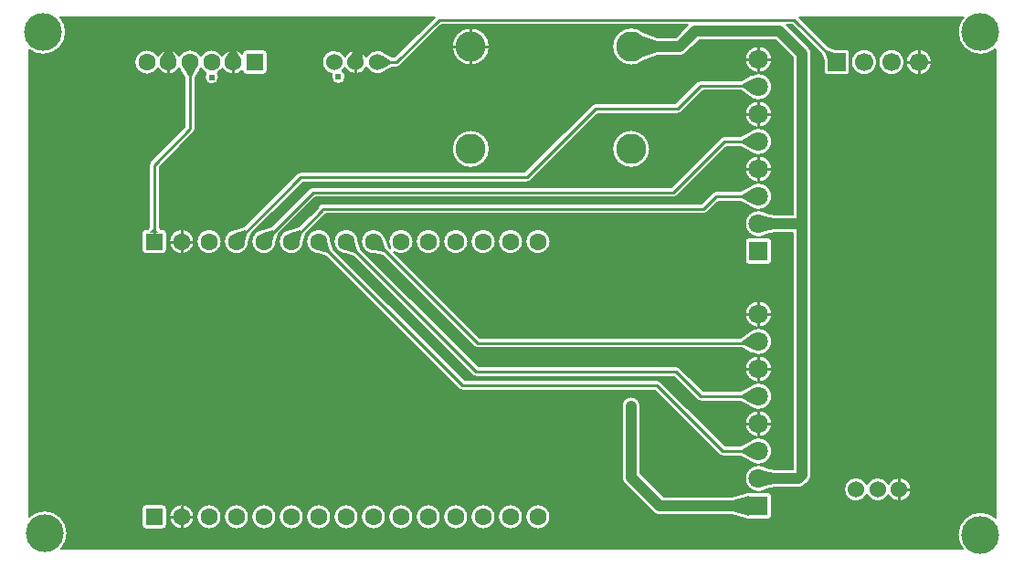
<source format=gbl>
G04 Layer: BottomLayer*
G04 EasyEDA Pro v2.2.34.8, 2025-02-09 20:03:56*
G04 Gerber Generator version 0.3*
G04 Scale: 100 percent, Rotated: No, Reflected: No*
G04 Dimensions in millimeters*
G04 Leading zeros omitted, absolute positions, 4 integers and 5 decimals*
%FSLAX45Y45*%
%MOMM*%
%ADD10C,0.2032*%
%ADD11C,0.254*%
%ADD12C,1.6*%
%ADD13R,1.6X1.5748*%
%ADD14C,2.79999*%
%ADD15R,1.8X1.8*%
%ADD16C,1.8*%
%ADD17R,1.7X1.7*%
%ADD18C,1.7*%
%ADD19C,1.5244*%
%ADD20C,1.524*%
%ADD21R,1.6X1.6*%
%ADD22C,1.0*%
%ADD23C,0.61*%
%ADD24C,3.5*%
G75*


G04 Copper Start*
G36*
G01X8641086Y165100D02*
G03X8685384Y35814I210814J0D01*
G01X8685384Y35814D01*
G01X333628Y35814D01*
G01X333628Y35814D01*
G03X388614Y177800I-155828J141986D01*
G03X177800Y388614I-210814J0D01*
G03X35814Y333628I0J-210814D01*
G01X35814Y333628D01*
G01X35814Y4659484D01*
G01X35814Y4659484D01*
G03X165100Y4615186I129286J166516D01*
G03X375914Y4826000I0J210814D01*
G03X324308Y4964186I-210814J0D01*
G01X3790677Y4964186D01*
G01X3421605Y4595114D01*
G01X3399609Y4595114D01*
G01X3331626Y4633298D01*
G03X3260700Y4658614I-70926J-86698D01*
G03X3160700Y4597070I0J-112014D01*
G03X3060700Y4658614I-100000J-50470D01*
G03X2960700Y4597070I0J-112014D01*
G01X2960700Y4597070D01*
G03X2860700Y4658614I-100000J-50470D01*
G03X2748686Y4546600I0J-112014D01*
G03X2841047Y4436324I112014J0D01*
G01X2841047Y4436324D01*
G03X2834696Y4408004I59963J-28320D01*
G03X2901010Y4341690I66314J0D01*
G03X2967324Y4408004I0J66314D01*
G03X2936431Y4464065I-66314J0D01*
G01X2936431Y4464065D01*
G03X2960700Y4496130I-75731J82535D01*
G03X3060700Y4434586I100000J50470D01*
G03X3160700Y4496130I0J112014D01*
G01X3160700Y4496130D01*
G03X3260700Y4434586I100000J50470D01*
G03X3331626Y4459902I0J112014D01*
G01X3399609Y4498086D01*
G01X3441700Y4498086D01*
G01X3441700Y4498086D01*
G03X3476005Y4512295I0J48514D01*
G01X3476005Y4512295D01*
G01X3855495Y4891786D01*
G01X6142027Y4891786D01*
G01X6027465Y4777225D01*
G01X5857947Y4777225D01*
G01X5724429Y4827730D01*
G03X5613400Y4867224I-111029J-136320D01*
G03X5437586Y4691410I0J-175814D01*
G03X5613400Y4515597I175814J0D01*
G03X5724429Y4555091I0J175814D01*
G01X5857946Y4605596D01*
G01X6063010Y4605596D01*
G01X6063010Y4605596D01*
G03X6123690Y4630731I0J85814D01*
G01X6123690Y4630731D01*
G01X6245845Y4752886D01*
G01X6949455Y4752886D01*
G01X7115086Y4587255D01*
G01X7115086Y3133814D01*
G01X6950824Y3133814D01*
G01X6869456Y3149048D01*
G03X6794500Y3173814I-74956J-101048D01*
G03X6668686Y3048000I0J-125814D01*
G03X6794500Y2922186I125814J0D01*
G03X6869457Y2946952I0J125814D01*
G01X6950823Y2962186D01*
G01X7115086Y2962186D01*
G01X7115086Y771614D01*
G01X6950824Y771614D01*
G01X6869456Y786848D01*
G01X6869456Y786848D01*
G03X6794500Y811614I-74956J-101048D01*
G03X6668686Y685800I0J-125814D01*
G03X6794500Y559986I125814J0D01*
G03X6869456Y584752I0J125814D01*
G01X6869456Y584752D01*
G01X6950823Y599986D01*
G01X7162800Y599986D01*
G01X7162800Y599986D01*
G03X7223480Y625120I0J85814D01*
G01X7261580Y663220D01*
G01X7261580Y663220D01*
G03X7286714Y723900I-60680J60680D01*
G01X7286714Y723900D01*
G01X7286714Y3009900D01*
G01X7286714Y3009900D01*
G01X7286714Y4622800D01*
G01X7286714Y4622800D01*
G03X7261580Y4683480I-85814J0D01*
G01X7261580Y4683480D01*
G01X7053273Y4891786D01*
G01X7104605Y4891786D01*
G01X7375650Y4620741D01*
G01X7397586Y4562244D01*
G01X7397586Y4461600D01*
G01X7397586Y4461600D01*
G03X7433400Y4425786I35814J0D01*
G01X7603400Y4425786D01*
G03X7639214Y4461600I0J35814D01*
G01X7639214Y4461600D01*
G01X7639214Y4631600D01*
G01X7639214Y4631600D01*
G03X7603400Y4667414I-35814J0D01*
G01X7502756Y4667414D01*
G01X7444259Y4689350D01*
G01X7169423Y4964186D01*
G01X8692692Y4964186D01*
G03X8641086Y4826000I159208J-138186D01*
G03X8851900Y4615186I210814J0D01*
G03X8989586Y4666360I0J210814D01*
G01X8989586Y324740D01*
G01X8989586Y324740D01*
G03X8851900Y375914I-137686J-159640D01*
G03X8641086Y165100I0J-210814D01*
G37*
%LPC*%
G36*
G01X6794500Y813986D02*
G03X6920314Y939800I0J125814D01*
G03X6794500Y1065614I-125814J0D01*
G03X6714126Y1036595I0J-125814D01*
G01X6714126Y1036595D01*
G01X6631776Y988314D01*
G01X6484395Y988314D01*
G01X5889005Y1583705D01*
G01X5889005Y1583705D01*
G03X5854700Y1597914I-34305J-34305D01*
G01X5854700Y1597914D01*
G01X4071395Y1597914D01*
G01X2854974Y2814335D01*
G01X2833065Y2894164D01*
G03X2717800Y2998714I-115265J-11264D01*
G03X2601986Y2882900I0J-115814D01*
G03X2706536Y2767635I115814J0D01*
G01X2786365Y2745726D01*
G01X4016995Y1515095D01*
G01X4016995Y1515095D01*
G03X4051300Y1500886I34305J34305D01*
G01X4051300Y1500886D01*
G01X5834605Y1500886D01*
G01X6429995Y905495D01*
G01X6429995Y905495D01*
G03X6464300Y891286I34305J34305D01*
G01X6464300Y891286D01*
G01X6631776Y891286D01*
G01X6714126Y843005D01*
G01X6714126Y843005D01*
G03X6794500Y813986I80374J96795D01*
G37*
G36*
G01X1839986Y2882900D02*
G03X1955800Y2767086I115814J0D01*
G03X2071065Y2871636I0J115814D01*
G01X2092974Y2951465D01*
G01X2572795Y3431286D01*
G01X4648200Y3431286D01*
G01X4648200Y3431286D01*
G03X4682505Y3445495I0J48514D01*
G01X4682505Y3445495D01*
G01X5303295Y4066286D01*
G01X6045200Y4066286D01*
G01X6045200Y4066286D01*
G03X6079505Y4080495I0J48514D01*
G01X6079505Y4080495D01*
G01X6281195Y4282186D01*
G01X6628949Y4282186D01*
G01X6702273Y4232424D01*
G03X6794500Y4192186I92227J85576D01*
G03X6920314Y4318000I0J125814D01*
G03X6794500Y4443814I-125814J0D01*
G03X6727470Y4424471I0J-125814D01*
G01X6635259Y4379214D01*
G01X6261100Y4379214D01*
G01X6261100Y4379214D01*
G03X6226795Y4365005I0J-48514D01*
G01X6226795Y4365005D01*
G01X6025105Y4163314D01*
G01X5283200Y4163314D01*
G01X5283200Y4163314D01*
G03X5248895Y4149105I0J-48514D01*
G01X5248895Y4149105D01*
G01X4628105Y3528314D01*
G01X2552700Y3528314D01*
G01X2552700Y3528314D01*
G03X2518395Y3514105I0J-48514D01*
G01X2518395Y3514105D01*
G01X2024365Y3020074D01*
G01X1944536Y2998165D01*
G03X1839986Y2882900I11264J-115265D01*
G37*
G36*
G01X6794500Y1321986D02*
G03X6920314Y1447800I0J125814D01*
G03X6794500Y1573614I-125814J0D01*
G03X6714126Y1544595I0J-125814D01*
G01X6631776Y1496314D01*
G01X6281195Y1496314D01*
G01X6066805Y1710705D01*
G01X6066805Y1710705D01*
G03X6032500Y1724914I-34305J-34305D01*
G01X6032500Y1724914D01*
G01X4198395Y1724914D01*
G01X3108974Y2814335D01*
G01X3087065Y2894164D01*
G03X2971800Y2998714I-115265J-11264D01*
G03X2855986Y2882900I0J-115814D01*
G03X2960536Y2767635I115814J0D01*
G01X3040365Y2745726D01*
G01X4143995Y1642095D01*
G01X4143995Y1642095D01*
G03X4178300Y1627886I34305J34305D01*
G01X4178300Y1627886D01*
G01X6012405Y1627886D01*
G01X6226795Y1413495D01*
G01X6226795Y1413495D01*
G03X6261100Y1399286I34305J34305D01*
G01X6261100Y1399286D01*
G01X6631776Y1399286D01*
G01X6714125Y1351006D01*
G01X6714125Y1351006D01*
G03X6794500Y1321986I80375J96794D01*
G37*
G36*
G01X2093986Y2882900D02*
G03X2209800Y2767086I115814J0D01*
G03X2325065Y2871636I0J115814D01*
G01X2346974Y2951465D01*
G01X2687095Y3291586D01*
G01X6007100Y3291586D01*
G01X6007100Y3291586D01*
G03X6041405Y3305795I0J48514D01*
G01X6041405Y3305795D01*
G01X6497095Y3761486D01*
G01X6631776Y3761486D01*
G01X6714125Y3713206D01*
G03X6794500Y3684186I80375J96794D01*
G03X6920314Y3810000I0J125814D01*
G03X6794500Y3935814I-125814J0D01*
G03X6714126Y3906795I0J-125814D01*
G01X6631776Y3858514D01*
G01X6477000Y3858514D01*
G01X6477000Y3858514D01*
G03X6442695Y3844305I0J-48514D01*
G01X6442695Y3844305D01*
G01X5987005Y3388614D01*
G01X2667000Y3388614D01*
G01X2667000Y3388614D01*
G03X2632695Y3374405I0J-48514D01*
G01X2632695Y3374405D01*
G01X2278365Y3020074D01*
G01X2198536Y2998165D01*
G03X2093986Y2882900I11264J-115265D01*
G37*
G36*
G01X6794500Y1829986D02*
G03X6920314Y1955800I0J125814D01*
G03X6794500Y2081614I-125814J0D01*
G03X6702273Y2041376I0J-125814D01*
G01X6702273Y2041376D01*
G01X6628949Y1991614D01*
G01X4211095Y1991614D01*
G01X3417330Y2785379D01*
G03X3479800Y2767086I62470J97521D01*
G03X3595614Y2882900I0J115814D01*
G03X3479800Y2998714I-115814J0D01*
G03X3363986Y2882900I0J-115814D01*
G03X3382279Y2820430I115814J0D01*
G01X3371602Y2831107D01*
G01X3336244Y2917756D01*
G03X3225800Y2998714I-110444J-34856D01*
G03X3109986Y2882900I0J-115814D01*
G03X3225800Y2767086I115814J0D01*
G03X3238172Y2767749I0J115814D01*
G01X3310074Y2755417D01*
G01X4156695Y1908795D01*
G01X4156695Y1908795D01*
G03X4191000Y1894586I34305J34305D01*
G01X4191000Y1894586D01*
G01X6635259Y1894586D01*
G01X6727470Y1849329D01*
G01X6727470Y1849329D01*
G03X6794500Y1829986I67030J106471D01*
G37*
G36*
G01X2347986Y2882900D02*
G03X2463800Y2767086I115814J0D01*
G03X2579065Y2871636I0J115814D01*
G01X2600974Y2951465D01*
G01X2788695Y3139186D01*
G01X6286500Y3139186D01*
G01X6286500Y3139186D01*
G03X6320805Y3153395I0J48514D01*
G01X6320805Y3153395D01*
G01X6420895Y3253486D01*
G01X6631776Y3253486D01*
G01X6714125Y3205206D01*
G03X6794500Y3176186I80375J96794D01*
G03X6920314Y3302000I0J125814D01*
G03X6794500Y3427814I-125814J0D01*
G03X6714126Y3398795I0J-125814D01*
G01X6631776Y3350514D01*
G01X6400800Y3350514D01*
G01X6400800Y3350514D01*
G03X6366495Y3336305I0J-48514D01*
G01X6366495Y3336305D01*
G01X6266405Y3236214D01*
G01X2755900Y3236214D01*
G01X2755900Y3236214D01*
G03X2708062Y3195771I0J-48514D01*
G01X2532365Y3020074D01*
G01X2452536Y2998165D01*
G03X2347986Y2882900I11264J-115265D01*
G37*
G36*
G01X1077986Y2804160D02*
G03X1113800Y2768346I35814J0D01*
G01X1113800Y2768346D01*
G01X1273800Y2768346D01*
G01X1273800Y2768346D01*
G03X1309614Y2804160I0J35814D01*
G01X1309614Y2804160D01*
G01X1309614Y2961640D01*
G01X1309614Y2961640D01*
G03X1273800Y2997454I-35814J0D01*
G01X1273800Y2997454D01*
G01X1255024Y2997454D01*
G01X1242314Y3012706D01*
G01X1242314Y3574005D01*
G01X1559905Y3891596D01*
G01X1559905Y3891596D01*
G03X1574114Y3925900I-34305J34305D01*
G01X1574114Y3925900D01*
G01X1574114Y4401120D01*
G01X1615069Y4473060D01*
G03X1625600Y4488180I-89469J73540D01*
G03X1672212Y4443825I100000J58420D01*
G03X1660448Y4406118I54550J-37708D01*
G03X1726762Y4339804I66314J0D01*
G03X1793076Y4406118I0J66314D01*
G03X1780681Y4444723I-66314J0D01*
G03X1825600Y4488180I-55081J101877D01*
G01X1825600Y4488180D01*
G03X1925599Y4430786I100000J58420D01*
G03X2009785Y4467066I0J115814D01*
G01X2009785Y4466600D01*
G03X2045599Y4430786I35814J0D01*
G01X2205599Y4430786D01*
G03X2241413Y4466600I0J35814D01*
G01X2241413Y4626600D01*
G03X2205599Y4662414I-35814J0D01*
G01X2045599Y4662414D01*
G03X2009785Y4626600I0J-35814D01*
G01X2009785Y4626134D01*
G03X1925599Y4662414I-84186J-79534D01*
G03X1825600Y4605020I0J-115814D01*
G03X1725600Y4662414I-100000J-58420D01*
G03X1625600Y4605020I0J-115814D01*
G03X1525600Y4662414I-100000J-58420D01*
G03X1425600Y4605020I0J-115814D01*
G03X1325601Y4662414I-100000J-58420D01*
G03X1225601Y4605020I0J-115814D01*
G03X1125601Y4662414I-100000J-58420D01*
G03X1009787Y4546600I0J-115814D01*
G03X1125601Y4430786I115814J0D01*
G03X1225601Y4488180I0J115814D01*
G03X1325601Y4430786I100000J58420D01*
G03X1425600Y4488180I0J115814D01*
G03X1436131Y4473060I100000J58420D01*
G01X1477086Y4401120D01*
G01X1477086Y3945995D01*
G01X1159495Y3628405D01*
G01X1159495Y3628405D01*
G03X1145286Y3594100I34305J-34305D01*
G01X1145286Y3594100D01*
G01X1145286Y3012706D01*
G01X1132576Y2997454D01*
G01X1113800Y2997454D01*
G01X1113800Y2997454D01*
G03X1077986Y2961640I0J-35814D01*
G01X1077986Y2961640D01*
G01X1077986Y2804160D01*
G37*
G36*
G01X6695272Y307195D02*
G03X6704500Y305986I9228J34605D01*
G01X6704500Y305986D01*
G01X6884500Y305986D01*
G01X6884500Y305986D01*
G03X6920314Y341800I0J35814D01*
G01X6920314Y341800D01*
G01X6920314Y521800D01*
G01X6920314Y521800D01*
G03X6884500Y557614I-35814J0D01*
G01X6884500Y557614D01*
G01X6704500Y557614D01*
G01X6704500Y557614D01*
G03X6695272Y556405I0J-35814D01*
G01X6695272Y556405D01*
G01X6549807Y517614D01*
G01X5915645Y517614D01*
G01X5699214Y734045D01*
G01X5699214Y1358900D01*
G03X5613400Y1444714I-85814J0D01*
G03X5527586Y1358900I0J-85814D01*
G01X5527586Y698500D01*
G01X5527586Y698500D01*
G03X5552720Y637820I85814J0D01*
G01X5552720Y637820D01*
G01X5819420Y371120D01*
G01X5819420Y371120D01*
G03X5880100Y345986I60680J60680D01*
G01X6549808Y345986D01*
G01X6695272Y307195D01*
G37*
G36*
G01X7999400Y533730D02*
G03X8099400Y472186I100000J50470D01*
G03X8211414Y584200I0J112014D01*
G03X8099400Y696214I-112014J0D01*
G03X7999400Y634670I0J-112014D01*
G01X7999400Y634670D01*
G03X7899400Y696214I-100000J-50470D01*
G03X7799400Y634670I0J-112014D01*
G01X7799400Y634670D01*
G03X7699400Y696214I-100000J-50470D01*
G03X7587386Y584200I0J-112014D01*
G03X7699400Y472186I112014J0D01*
G03X7799400Y533730I0J112014D01*
G01X7799400Y533730D01*
G03X7899400Y472186I100000J50470D01*
G03X7999400Y533730I0J112014D01*
G37*
G36*
G01X4127500Y3565586D02*
G03X4303314Y3741400I0J175814D01*
G03X4127500Y3917213I-175814J0D01*
G03X3951686Y3741400I0J-175814D01*
G03X4127500Y3565586I175814J0D01*
G37*
G36*
G01X5437586Y3741400D02*
G03X5613400Y3565586I175814J0D01*
G03X5789214Y3741400I0J175814D01*
G03X5613400Y3917213I-175814J0D01*
G03X5437586Y3741400I0J-175814D01*
G37*
G36*
G01X4127500Y4515597D02*
G03X4303314Y4691410I0J175814D01*
G03X4127500Y4867224I-175814J0D01*
G03X3951686Y4691410I0J-175814D01*
G03X4127500Y4515597I175814J0D01*
G37*
G36*
G01X6668686Y2704000D02*
G03X6704500Y2668186I35814J0D01*
G01X6704500Y2668186D01*
G01X6884500Y2668186D01*
G01X6884500Y2668186D01*
G03X6920314Y2704000I0J35814D01*
G01X6920314Y2704000D01*
G01X6920314Y2884000D01*
G01X6920314Y2884000D01*
G03X6884500Y2919814I-35814J0D01*
G01X6884500Y2919814D01*
G01X6704500Y2919814D01*
G01X6704500Y2919814D01*
G03X6668686Y2884000I0J-35814D01*
G01X6668686Y2884000D01*
G01X6668686Y2704000D01*
G37*
G36*
G01X6668686Y3556000D02*
G03X6794500Y3430186I125814J0D01*
G03X6920314Y3556000I0J125814D01*
G03X6794500Y3681814I-125814J0D01*
G03X6668686Y3556000I0J-125814D01*
G37*
G36*
G01X6668686Y4064000D02*
G03X6794500Y3938186I125814J0D01*
G03X6920314Y4064000I0J125814D01*
G03X6794500Y4189814I-125814J0D01*
G03X6668686Y4064000I0J-125814D01*
G37*
G36*
G01X6794500Y4446186D02*
G03X6920314Y4572000I0J125814D01*
G03X6794500Y4697814I-125814J0D01*
G03X6668686Y4572000I0J-125814D01*
G03X6794500Y4446186I125814J0D01*
G37*
G36*
G01X6668686Y1701800D02*
G03X6794500Y1575986I125814J0D01*
G03X6920314Y1701800I0J125814D01*
G03X6794500Y1827614I-125814J0D01*
G03X6668686Y1701800I0J-125814D01*
G37*
G36*
G01X6794500Y1067986D02*
G03X6920314Y1193800I0J125814D01*
G03X6794500Y1319614I-125814J0D01*
G03X6668686Y1193800I0J-125814D01*
G03X6794500Y1067986I125814J0D01*
G37*
G36*
G01X6668686Y2209800D02*
G03X6794500Y2083986I125814J0D01*
G03X6920314Y2209800I0J125814D01*
G03X6794500Y2335614I-125814J0D01*
G03X6668686Y2209800I0J-125814D01*
G37*
G36*
G01X8026400Y4425786D02*
G03X8147214Y4546600I0J120814D01*
G03X8026400Y4667414I-120814J0D01*
G03X7905586Y4546600I0J-120814D01*
G03X8026400Y4425786I120814J0D01*
G37*
G36*
G01X8280400Y4425786D02*
G03X8401214Y4546600I0J120814D01*
G03X8280400Y4667414I-120814J0D01*
G03X8159586Y4546600I0J-120814D01*
G03X8280400Y4425786I120814J0D01*
G37*
G36*
G01X7651586Y4546600D02*
G03X7772400Y4425786I120814J0D01*
G03X7893214Y4546600I0J120814D01*
G03X7772400Y4667414I-120814J0D01*
G03X7651586Y4546600I0J-120814D01*
G37*
G36*
G01X1701800Y2767086D02*
G03X1817614Y2882900I0J115814D01*
G03X1701800Y2998714I-115814J0D01*
G03X1585986Y2882900I0J-115814D01*
G03X1701800Y2767086I115814J0D01*
G37*
G36*
G01X1447800Y2767086D02*
G03X1563614Y2882900I0J115814D01*
G03X1447800Y2998714I-115814J0D01*
G03X1331986Y2882900I0J-115814D01*
G03X1447800Y2767086I115814J0D01*
G37*
G36*
G01X1701800Y214386D02*
G03X1817614Y330200I0J115814D01*
G03X1701800Y446014I-115814J0D01*
G03X1585986Y330200I0J-115814D01*
G03X1701800Y214386I115814J0D01*
G37*
G36*
G01X1447800Y214386D02*
G03X1563614Y330200I0J115814D01*
G03X1447800Y446014I-115814J0D01*
G03X1331986Y330200I0J-115814D01*
G03X1447800Y214386I115814J0D01*
G37*
G36*
G01X2093986Y330200D02*
G03X2209800Y214386I115814J0D01*
G03X2325614Y330200I0J115814D01*
G03X2209800Y446014I-115814J0D01*
G03X2093986Y330200I0J-115814D01*
G37*
G36*
G01X2971800Y214386D02*
G03X3087614Y330200I0J115814D01*
G03X2971800Y446014I-115814J0D01*
G03X2855986Y330200I0J-115814D01*
G03X2971800Y214386I115814J0D01*
G37*
G36*
G01X1955800Y214386D02*
G03X2071614Y330200I0J115814D01*
G03X1955800Y446014I-115814J0D01*
G03X1839986Y330200I0J-115814D01*
G03X1955800Y214386I115814J0D01*
G37*
G36*
G01X2601986Y330200D02*
G03X2717800Y214386I115814J0D01*
G03X2833614Y330200I0J115814D01*
G03X2717800Y446014I-115814J0D01*
G03X2601986Y330200I0J-115814D01*
G37*
G36*
G01X2463800Y214386D02*
G03X2579614Y330200I0J115814D01*
G03X2463800Y446014I-115814J0D01*
G03X2347986Y330200I0J-115814D01*
G03X2463800Y214386I115814J0D01*
G37*
G36*
G01X3109986Y330200D02*
G03X3225800Y214386I115814J0D01*
G03X3341614Y330200I0J115814D01*
G03X3225800Y446014I-115814J0D01*
G03X3109986Y330200I0J-115814D01*
G37*
G36*
G01X4379986Y2882900D02*
G03X4495800Y2767086I115814J0D01*
G03X4611614Y2882900I0J115814D01*
G03X4495800Y2998714I-115814J0D01*
G03X4379986Y2882900I0J-115814D01*
G37*
G36*
G01X4633986Y2882900D02*
G03X4749800Y2767086I115814J0D01*
G03X4865614Y2882900I0J115814D01*
G03X4749800Y2998714I-115814J0D01*
G03X4633986Y2882900I0J-115814D01*
G37*
G36*
G01X3987800Y2767086D02*
G03X4103614Y2882900I0J115814D01*
G03X3987800Y2998714I-115814J0D01*
G03X3871986Y2882900I0J-115814D01*
G03X3987800Y2767086I115814J0D01*
G37*
G36*
G01X4241800Y2767086D02*
G03X4357614Y2882900I0J115814D01*
G03X4241800Y2998714I-115814J0D01*
G03X4125986Y2882900I0J-115814D01*
G03X4241800Y2767086I115814J0D01*
G37*
G36*
G01X3617986Y2882900D02*
G03X3733800Y2767086I115814J0D01*
G03X3849614Y2882900I0J115814D01*
G03X3733800Y2998714I-115814J0D01*
G03X3617986Y2882900I0J-115814D01*
G37*
G36*
G01X3871986Y330200D02*
G03X3987800Y214386I115814J0D01*
G03X4103614Y330200I0J115814D01*
G03X3987800Y446014I-115814J0D01*
G03X3871986Y330200I0J-115814D01*
G37*
G36*
G01X4125986Y330200D02*
G03X4241800Y214386I115814J0D01*
G03X4357614Y330200I0J115814D01*
G03X4241800Y446014I-115814J0D01*
G03X4125986Y330200I0J-115814D01*
G37*
G36*
G01X3617986Y330200D02*
G03X3733800Y214386I115814J0D01*
G03X3849614Y330200I0J115814D01*
G03X3733800Y446014I-115814J0D01*
G03X3617986Y330200I0J-115814D01*
G37*
G36*
G01X4749800Y214386D02*
G03X4865614Y330200I0J115814D01*
G03X4749800Y446014I-115814J0D01*
G03X4633986Y330200I0J-115814D01*
G03X4749800Y214386I115814J0D01*
G37*
G36*
G01X3479800Y214386D02*
G03X3595614Y330200I0J115814D01*
G03X3479800Y446014I-115814J0D01*
G03X3363986Y330200I0J-115814D01*
G03X3479800Y214386I115814J0D01*
G37*
G36*
G01X4379986Y330200D02*
G03X4495800Y214386I115814J0D01*
G03X4611614Y330200I0J115814D01*
G03X4495800Y446014I-115814J0D01*
G03X4379986Y330200I0J-115814D01*
G37*
G36*
G01X1273800Y215646D02*
G03X1309614Y251460I0J35814D01*
G01X1309614Y251460D01*
G01X1309614Y408940D01*
G01X1309614Y408940D01*
G03X1273800Y444754I-35814J0D01*
G01X1273800Y444754D01*
G01X1113800Y444754D01*
G01X1113800Y444754D01*
G03X1077986Y408940I0J-35814D01*
G01X1077986Y408940D01*
G01X1077986Y251460D01*
G01X1077986Y251460D01*
G03X1113800Y215646I35814J0D01*
G01X1113800Y215646D01*
G01X1273800Y215646D01*
G37*
%LPD*%
G54D10*
G01X8641086Y165100D02*
G03X8685384Y35814I210814J0D01*
G01X8685384Y35814D01*
G01X333628Y35814D01*
G01X333628Y35814D01*
G03X388614Y177800I-155828J141986D01*
G03X177800Y388614I-210814J0D01*
G03X35814Y333628I0J-210814D01*
G01X35814Y333628D01*
G01X35814Y4659484D01*
G01X35814Y4659484D01*
G03X165100Y4615186I129286J166516D01*
G03X375914Y4826000I0J210814D01*
G03X324308Y4964186I-210814J0D01*
G01X3790677Y4964186D01*
G01X3421605Y4595114D01*
G01X3399609Y4595114D01*
G01X3331626Y4633298D01*
G03X3260700Y4658614I-70926J-86698D01*
G03X3160700Y4597070I0J-112014D01*
G03X3060700Y4658614I-100000J-50470D01*
G03X2960700Y4597070I0J-112014D01*
G01X2960700Y4597070D01*
G03X2860700Y4658614I-100000J-50470D01*
G03X2748686Y4546600I0J-112014D01*
G03X2841047Y4436324I112014J0D01*
G01X2841047Y4436324D01*
G03X2834696Y4408004I59963J-28320D01*
G03X2901010Y4341690I66314J0D01*
G03X2967324Y4408004I0J66314D01*
G03X2936431Y4464065I-66314J0D01*
G01X2936431Y4464065D01*
G03X2960700Y4496130I-75731J82535D01*
G03X3060700Y4434586I100000J50470D01*
G03X3160700Y4496130I0J112014D01*
G01X3160700Y4496130D01*
G03X3260700Y4434586I100000J50470D01*
G03X3331626Y4459902I0J112014D01*
G01X3399609Y4498086D01*
G01X3441700Y4498086D01*
G01X3441700Y4498086D01*
G03X3476005Y4512295I0J48514D01*
G01X3476005Y4512295D01*
G01X3855495Y4891786D01*
G01X6142027Y4891786D01*
G01X6027465Y4777225D01*
G01X5857947Y4777225D01*
G01X5724429Y4827730D01*
G03X5613400Y4867224I-111029J-136320D01*
G03X5437586Y4691410I0J-175814D01*
G03X5613400Y4515597I175814J0D01*
G03X5724429Y4555091I0J175814D01*
G01X5857946Y4605596D01*
G01X6063010Y4605596D01*
G01X6063010Y4605596D01*
G03X6123690Y4630731I0J85814D01*
G01X6123690Y4630731D01*
G01X6245845Y4752886D01*
G01X6949455Y4752886D01*
G01X7115086Y4587255D01*
G01X7115086Y3133814D01*
G01X6950824Y3133814D01*
G01X6869456Y3149048D01*
G03X6794500Y3173814I-74956J-101048D01*
G03X6668686Y3048000I0J-125814D01*
G03X6794500Y2922186I125814J0D01*
G03X6869457Y2946952I0J125814D01*
G01X6950823Y2962186D01*
G01X7115086Y2962186D01*
G01X7115086Y771614D01*
G01X6950824Y771614D01*
G01X6869456Y786848D01*
G01X6869456Y786848D01*
G03X6794500Y811614I-74956J-101048D01*
G03X6668686Y685800I0J-125814D01*
G03X6794500Y559986I125814J0D01*
G03X6869456Y584752I0J125814D01*
G01X6869456Y584752D01*
G01X6950823Y599986D01*
G01X7162800Y599986D01*
G01X7162800Y599986D01*
G03X7223480Y625120I0J85814D01*
G01X7261580Y663220D01*
G01X7261580Y663220D01*
G03X7286714Y723900I-60680J60680D01*
G01X7286714Y723900D01*
G01X7286714Y3009900D01*
G01X7286714Y3009900D01*
G01X7286714Y4622800D01*
G01X7286714Y4622800D01*
G03X7261580Y4683480I-85814J0D01*
G01X7261580Y4683480D01*
G01X7053273Y4891786D01*
G01X7104605Y4891786D01*
G01X7375650Y4620741D01*
G01X7397586Y4562244D01*
G01X7397586Y4461600D01*
G01X7397586Y4461600D01*
G03X7433400Y4425786I35814J0D01*
G01X7603400Y4425786D01*
G03X7639214Y4461600I0J35814D01*
G01X7639214Y4461600D01*
G01X7639214Y4631600D01*
G01X7639214Y4631600D01*
G03X7603400Y4667414I-35814J0D01*
G01X7502756Y4667414D01*
G01X7444259Y4689350D01*
G01X7169423Y4964186D01*
G01X8692692Y4964186D01*
G03X8641086Y4826000I159208J-138186D01*
G03X8851900Y4615186I210814J0D01*
G03X8989586Y4666360I0J210814D01*
G01X8989586Y324740D01*
G01X8989586Y324740D01*
G03X8851900Y375914I-137686J-159640D01*
G03X8641086Y165100I0J-210814D01*
G01X6794500Y813986D02*
G03X6920314Y939800I0J125814D01*
G03X6794500Y1065614I-125814J0D01*
G03X6714126Y1036595I0J-125814D01*
G01X6714126Y1036595D01*
G01X6631776Y988314D01*
G01X6484395Y988314D01*
G01X5889005Y1583705D01*
G01X5889005Y1583705D01*
G03X5854700Y1597914I-34305J-34305D01*
G01X5854700Y1597914D01*
G01X4071395Y1597914D01*
G01X2854974Y2814335D01*
G01X2833065Y2894164D01*
G03X2717800Y2998714I-115265J-11264D01*
G03X2601986Y2882900I0J-115814D01*
G03X2706536Y2767635I115814J0D01*
G01X2786365Y2745726D01*
G01X4016995Y1515095D01*
G01X4016995Y1515095D01*
G03X4051300Y1500886I34305J34305D01*
G01X4051300Y1500886D01*
G01X5834605Y1500886D01*
G01X6429995Y905495D01*
G01X6429995Y905495D01*
G03X6464300Y891286I34305J34305D01*
G01X6464300Y891286D01*
G01X6631776Y891286D01*
G01X6714126Y843005D01*
G01X6714126Y843005D01*
G03X6794500Y813986I80374J96795D01*
G01X1839986Y2882900D02*
G03X1955800Y2767086I115814J0D01*
G03X2071065Y2871636I0J115814D01*
G01X2092974Y2951465D01*
G01X2572795Y3431286D01*
G01X4648200Y3431286D01*
G01X4648200Y3431286D01*
G03X4682505Y3445495I0J48514D01*
G01X4682505Y3445495D01*
G01X5303295Y4066286D01*
G01X6045200Y4066286D01*
G01X6045200Y4066286D01*
G03X6079505Y4080495I0J48514D01*
G01X6079505Y4080495D01*
G01X6281195Y4282186D01*
G01X6628949Y4282186D01*
G01X6702273Y4232424D01*
G03X6794500Y4192186I92227J85576D01*
G03X6920314Y4318000I0J125814D01*
G03X6794500Y4443814I-125814J0D01*
G03X6727470Y4424471I0J-125814D01*
G01X6635259Y4379214D01*
G01X6261100Y4379214D01*
G01X6261100Y4379214D01*
G03X6226795Y4365005I0J-48514D01*
G01X6226795Y4365005D01*
G01X6025105Y4163314D01*
G01X5283200Y4163314D01*
G01X5283200Y4163314D01*
G03X5248895Y4149105I0J-48514D01*
G01X5248895Y4149105D01*
G01X4628105Y3528314D01*
G01X2552700Y3528314D01*
G01X2552700Y3528314D01*
G03X2518395Y3514105I0J-48514D01*
G01X2518395Y3514105D01*
G01X2024365Y3020074D01*
G01X1944536Y2998165D01*
G03X1839986Y2882900I11264J-115265D01*
G01X6794500Y1321986D02*
G03X6920314Y1447800I0J125814D01*
G03X6794500Y1573614I-125814J0D01*
G03X6714126Y1544595I0J-125814D01*
G01X6631776Y1496314D01*
G01X6281195Y1496314D01*
G01X6066805Y1710705D01*
G01X6066805Y1710705D01*
G03X6032500Y1724914I-34305J-34305D01*
G01X6032500Y1724914D01*
G01X4198395Y1724914D01*
G01X3108974Y2814335D01*
G01X3087065Y2894164D01*
G03X2971800Y2998714I-115265J-11264D01*
G03X2855986Y2882900I0J-115814D01*
G03X2960536Y2767635I115814J0D01*
G01X3040365Y2745726D01*
G01X4143995Y1642095D01*
G01X4143995Y1642095D01*
G03X4178300Y1627886I34305J34305D01*
G01X4178300Y1627886D01*
G01X6012405Y1627886D01*
G01X6226795Y1413495D01*
G01X6226795Y1413495D01*
G03X6261100Y1399286I34305J34305D01*
G01X6261100Y1399286D01*
G01X6631776Y1399286D01*
G01X6714125Y1351006D01*
G01X6714125Y1351006D01*
G03X6794500Y1321986I80375J96794D01*
G01X2093986Y2882900D02*
G03X2209800Y2767086I115814J0D01*
G03X2325065Y2871636I0J115814D01*
G01X2346974Y2951465D01*
G01X2687095Y3291586D01*
G01X6007100Y3291586D01*
G01X6007100Y3291586D01*
G03X6041405Y3305795I0J48514D01*
G01X6041405Y3305795D01*
G01X6497095Y3761486D01*
G01X6631776Y3761486D01*
G01X6714125Y3713206D01*
G03X6794500Y3684186I80375J96794D01*
G03X6920314Y3810000I0J125814D01*
G03X6794500Y3935814I-125814J0D01*
G03X6714126Y3906795I0J-125814D01*
G01X6631776Y3858514D01*
G01X6477000Y3858514D01*
G01X6477000Y3858514D01*
G03X6442695Y3844305I0J-48514D01*
G01X6442695Y3844305D01*
G01X5987005Y3388614D01*
G01X2667000Y3388614D01*
G01X2667000Y3388614D01*
G03X2632695Y3374405I0J-48514D01*
G01X2632695Y3374405D01*
G01X2278365Y3020074D01*
G01X2198536Y2998165D01*
G03X2093986Y2882900I11264J-115265D01*
G01X6794500Y1829986D02*
G03X6920314Y1955800I0J125814D01*
G03X6794500Y2081614I-125814J0D01*
G03X6702273Y2041376I0J-125814D01*
G01X6702273Y2041376D01*
G01X6628949Y1991614D01*
G01X4211095Y1991614D01*
G01X3417330Y2785379D01*
G03X3479800Y2767086I62470J97521D01*
G03X3595614Y2882900I0J115814D01*
G03X3479800Y2998714I-115814J0D01*
G03X3363986Y2882900I0J-115814D01*
G03X3382279Y2820430I115814J0D01*
G01X3371602Y2831107D01*
G01X3336244Y2917756D01*
G03X3225800Y2998714I-110444J-34856D01*
G03X3109986Y2882900I0J-115814D01*
G03X3225800Y2767086I115814J0D01*
G03X3238172Y2767749I0J115814D01*
G01X3310074Y2755417D01*
G01X4156695Y1908795D01*
G01X4156695Y1908795D01*
G03X4191000Y1894586I34305J34305D01*
G01X4191000Y1894586D01*
G01X6635259Y1894586D01*
G01X6727470Y1849329D01*
G01X6727470Y1849329D01*
G03X6794500Y1829986I67030J106471D01*
G01X2347986Y2882900D02*
G03X2463800Y2767086I115814J0D01*
G03X2579065Y2871636I0J115814D01*
G01X2600974Y2951465D01*
G01X2788695Y3139186D01*
G01X6286500Y3139186D01*
G01X6286500Y3139186D01*
G03X6320805Y3153395I0J48514D01*
G01X6320805Y3153395D01*
G01X6420895Y3253486D01*
G01X6631776Y3253486D01*
G01X6714125Y3205206D01*
G03X6794500Y3176186I80375J96794D01*
G03X6920314Y3302000I0J125814D01*
G03X6794500Y3427814I-125814J0D01*
G03X6714126Y3398795I0J-125814D01*
G01X6631776Y3350514D01*
G01X6400800Y3350514D01*
G01X6400800Y3350514D01*
G03X6366495Y3336305I0J-48514D01*
G01X6366495Y3336305D01*
G01X6266405Y3236214D01*
G01X2755900Y3236214D01*
G01X2755900Y3236214D01*
G03X2708062Y3195771I0J-48514D01*
G01X2532365Y3020074D01*
G01X2452536Y2998165D01*
G03X2347986Y2882900I11264J-115265D01*
G01X1077986Y2804160D02*
G03X1113800Y2768346I35814J0D01*
G01X1113800Y2768346D01*
G01X1273800Y2768346D01*
G01X1273800Y2768346D01*
G03X1309614Y2804160I0J35814D01*
G01X1309614Y2804160D01*
G01X1309614Y2961640D01*
G01X1309614Y2961640D01*
G03X1273800Y2997454I-35814J0D01*
G01X1273800Y2997454D01*
G01X1255024Y2997454D01*
G01X1242314Y3012706D01*
G01X1242314Y3574005D01*
G01X1559905Y3891596D01*
G01X1559905Y3891596D01*
G03X1574114Y3925900I-34305J34305D01*
G01X1574114Y3925900D01*
G01X1574114Y4401120D01*
G01X1615069Y4473060D01*
G03X1625600Y4488180I-89469J73540D01*
G03X1672212Y4443825I100000J58420D01*
G03X1660448Y4406118I54550J-37708D01*
G03X1726762Y4339804I66314J0D01*
G03X1793076Y4406118I0J66314D01*
G03X1780681Y4444723I-66314J0D01*
G03X1825600Y4488180I-55081J101877D01*
G01X1825600Y4488180D01*
G03X1925599Y4430786I100000J58420D01*
G03X2009785Y4467066I0J115814D01*
G01X2009785Y4466600D01*
G03X2045599Y4430786I35814J0D01*
G01X2205599Y4430786D01*
G03X2241413Y4466600I0J35814D01*
G01X2241413Y4626600D01*
G03X2205599Y4662414I-35814J0D01*
G01X2045599Y4662414D01*
G03X2009785Y4626600I0J-35814D01*
G01X2009785Y4626134D01*
G03X1925599Y4662414I-84186J-79534D01*
G03X1825600Y4605020I0J-115814D01*
G03X1725600Y4662414I-100000J-58420D01*
G03X1625600Y4605020I0J-115814D01*
G03X1525600Y4662414I-100000J-58420D01*
G03X1425600Y4605020I0J-115814D01*
G03X1325601Y4662414I-100000J-58420D01*
G03X1225601Y4605020I0J-115814D01*
G03X1125601Y4662414I-100000J-58420D01*
G03X1009787Y4546600I0J-115814D01*
G03X1125601Y4430786I115814J0D01*
G03X1225601Y4488180I0J115814D01*
G03X1325601Y4430786I100000J58420D01*
G03X1425600Y4488180I0J115814D01*
G03X1436131Y4473060I100000J58420D01*
G01X1477086Y4401120D01*
G01X1477086Y3945995D01*
G01X1159495Y3628405D01*
G01X1159495Y3628405D01*
G03X1145286Y3594100I34305J-34305D01*
G01X1145286Y3594100D01*
G01X1145286Y3012706D01*
G01X1132576Y2997454D01*
G01X1113800Y2997454D01*
G01X1113800Y2997454D01*
G03X1077986Y2961640I0J-35814D01*
G01X1077986Y2961640D01*
G01X1077986Y2804160D01*
G01X6695272Y307195D02*
G03X6704500Y305986I9228J34605D01*
G01X6704500Y305986D01*
G01X6884500Y305986D01*
G01X6884500Y305986D01*
G03X6920314Y341800I0J35814D01*
G01X6920314Y341800D01*
G01X6920314Y521800D01*
G01X6920314Y521800D01*
G03X6884500Y557614I-35814J0D01*
G01X6884500Y557614D01*
G01X6704500Y557614D01*
G01X6704500Y557614D01*
G03X6695272Y556405I0J-35814D01*
G01X6695272Y556405D01*
G01X6549807Y517614D01*
G01X5915645Y517614D01*
G01X5699214Y734045D01*
G01X5699214Y1358900D01*
G03X5613400Y1444714I-85814J0D01*
G03X5527586Y1358900I0J-85814D01*
G01X5527586Y698500D01*
G01X5527586Y698500D01*
G03X5552720Y637820I85814J0D01*
G01X5552720Y637820D01*
G01X5819420Y371120D01*
G01X5819420Y371120D01*
G03X5880100Y345986I60680J60680D01*
G01X6549808Y345986D01*
G01X6695272Y307195D01*
G01X7999400Y533730D02*
G03X8099400Y472186I100000J50470D01*
G03X8211414Y584200I0J112014D01*
G03X8099400Y696214I-112014J0D01*
G03X7999400Y634670I0J-112014D01*
G01X7999400Y634670D01*
G03X7899400Y696214I-100000J-50470D01*
G03X7799400Y634670I0J-112014D01*
G01X7799400Y634670D01*
G03X7699400Y696214I-100000J-50470D01*
G03X7587386Y584200I0J-112014D01*
G03X7699400Y472186I112014J0D01*
G03X7799400Y533730I0J112014D01*
G01X7799400Y533730D01*
G03X7899400Y472186I100000J50470D01*
G03X7999400Y533730I0J112014D01*
G01X4127500Y3565586D02*
G03X4303314Y3741400I0J175814D01*
G03X4127500Y3917213I-175814J0D01*
G03X3951686Y3741400I0J-175814D01*
G03X4127500Y3565586I175814J0D01*
G01X5437586Y3741400D02*
G03X5613400Y3565586I175814J0D01*
G03X5789214Y3741400I0J175814D01*
G03X5613400Y3917213I-175814J0D01*
G03X5437586Y3741400I0J-175814D01*
G01X4127500Y4515597D02*
G03X4303314Y4691410I0J175814D01*
G03X4127500Y4867224I-175814J0D01*
G03X3951686Y4691410I0J-175814D01*
G03X4127500Y4515597I175814J0D01*
G01X6668686Y2704000D02*
G03X6704500Y2668186I35814J0D01*
G01X6704500Y2668186D01*
G01X6884500Y2668186D01*
G01X6884500Y2668186D01*
G03X6920314Y2704000I0J35814D01*
G01X6920314Y2704000D01*
G01X6920314Y2884000D01*
G01X6920314Y2884000D01*
G03X6884500Y2919814I-35814J0D01*
G01X6884500Y2919814D01*
G01X6704500Y2919814D01*
G01X6704500Y2919814D01*
G03X6668686Y2884000I0J-35814D01*
G01X6668686Y2884000D01*
G01X6668686Y2704000D01*
G01X6668686Y3556000D02*
G03X6794500Y3430186I125814J0D01*
G03X6920314Y3556000I0J125814D01*
G03X6794500Y3681814I-125814J0D01*
G03X6668686Y3556000I0J-125814D01*
G01X6668686Y4064000D02*
G03X6794500Y3938186I125814J0D01*
G03X6920314Y4064000I0J125814D01*
G03X6794500Y4189814I-125814J0D01*
G03X6668686Y4064000I0J-125814D01*
G01X6794500Y4446186D02*
G03X6920314Y4572000I0J125814D01*
G03X6794500Y4697814I-125814J0D01*
G03X6668686Y4572000I0J-125814D01*
G03X6794500Y4446186I125814J0D01*
G01X6668686Y1701800D02*
G03X6794500Y1575986I125814J0D01*
G03X6920314Y1701800I0J125814D01*
G03X6794500Y1827614I-125814J0D01*
G03X6668686Y1701800I0J-125814D01*
G01X6794500Y1067986D02*
G03X6920314Y1193800I0J125814D01*
G03X6794500Y1319614I-125814J0D01*
G03X6668686Y1193800I0J-125814D01*
G03X6794500Y1067986I125814J0D01*
G01X6668686Y2209800D02*
G03X6794500Y2083986I125814J0D01*
G03X6920314Y2209800I0J125814D01*
G03X6794500Y2335614I-125814J0D01*
G03X6668686Y2209800I0J-125814D01*
G01X8026400Y4425786D02*
G03X8147214Y4546600I0J120814D01*
G03X8026400Y4667414I-120814J0D01*
G03X7905586Y4546600I0J-120814D01*
G03X8026400Y4425786I120814J0D01*
G01X8280400Y4425786D02*
G03X8401214Y4546600I0J120814D01*
G03X8280400Y4667414I-120814J0D01*
G03X8159586Y4546600I0J-120814D01*
G03X8280400Y4425786I120814J0D01*
G01X7651586Y4546600D02*
G03X7772400Y4425786I120814J0D01*
G03X7893214Y4546600I0J120814D01*
G03X7772400Y4667414I-120814J0D01*
G03X7651586Y4546600I0J-120814D01*
G01X1701800Y2767086D02*
G03X1817614Y2882900I0J115814D01*
G03X1701800Y2998714I-115814J0D01*
G03X1585986Y2882900I0J-115814D01*
G03X1701800Y2767086I115814J0D01*
G01X1447800Y2767086D02*
G03X1563614Y2882900I0J115814D01*
G03X1447800Y2998714I-115814J0D01*
G03X1331986Y2882900I0J-115814D01*
G03X1447800Y2767086I115814J0D01*
G01X1701800Y214386D02*
G03X1817614Y330200I0J115814D01*
G03X1701800Y446014I-115814J0D01*
G03X1585986Y330200I0J-115814D01*
G03X1701800Y214386I115814J0D01*
G01X1447800Y214386D02*
G03X1563614Y330200I0J115814D01*
G03X1447800Y446014I-115814J0D01*
G03X1331986Y330200I0J-115814D01*
G03X1447800Y214386I115814J0D01*
G01X2093986Y330200D02*
G03X2209800Y214386I115814J0D01*
G03X2325614Y330200I0J115814D01*
G03X2209800Y446014I-115814J0D01*
G03X2093986Y330200I0J-115814D01*
G01X2971800Y214386D02*
G03X3087614Y330200I0J115814D01*
G03X2971800Y446014I-115814J0D01*
G03X2855986Y330200I0J-115814D01*
G03X2971800Y214386I115814J0D01*
G01X1955800Y214386D02*
G03X2071614Y330200I0J115814D01*
G03X1955800Y446014I-115814J0D01*
G03X1839986Y330200I0J-115814D01*
G03X1955800Y214386I115814J0D01*
G01X2601986Y330200D02*
G03X2717800Y214386I115814J0D01*
G03X2833614Y330200I0J115814D01*
G03X2717800Y446014I-115814J0D01*
G03X2601986Y330200I0J-115814D01*
G01X2463800Y214386D02*
G03X2579614Y330200I0J115814D01*
G03X2463800Y446014I-115814J0D01*
G03X2347986Y330200I0J-115814D01*
G03X2463800Y214386I115814J0D01*
G01X3109986Y330200D02*
G03X3225800Y214386I115814J0D01*
G03X3341614Y330200I0J115814D01*
G03X3225800Y446014I-115814J0D01*
G03X3109986Y330200I0J-115814D01*
G01X4379986Y2882900D02*
G03X4495800Y2767086I115814J0D01*
G03X4611614Y2882900I0J115814D01*
G03X4495800Y2998714I-115814J0D01*
G03X4379986Y2882900I0J-115814D01*
G01X4633986Y2882900D02*
G03X4749800Y2767086I115814J0D01*
G03X4865614Y2882900I0J115814D01*
G03X4749800Y2998714I-115814J0D01*
G03X4633986Y2882900I0J-115814D01*
G01X3987800Y2767086D02*
G03X4103614Y2882900I0J115814D01*
G03X3987800Y2998714I-115814J0D01*
G03X3871986Y2882900I0J-115814D01*
G03X3987800Y2767086I115814J0D01*
G01X4241800Y2767086D02*
G03X4357614Y2882900I0J115814D01*
G03X4241800Y2998714I-115814J0D01*
G03X4125986Y2882900I0J-115814D01*
G03X4241800Y2767086I115814J0D01*
G01X3617986Y2882900D02*
G03X3733800Y2767086I115814J0D01*
G03X3849614Y2882900I0J115814D01*
G03X3733800Y2998714I-115814J0D01*
G03X3617986Y2882900I0J-115814D01*
G01X3871986Y330200D02*
G03X3987800Y214386I115814J0D01*
G03X4103614Y330200I0J115814D01*
G03X3987800Y446014I-115814J0D01*
G03X3871986Y330200I0J-115814D01*
G01X4125986Y330200D02*
G03X4241800Y214386I115814J0D01*
G03X4357614Y330200I0J115814D01*
G03X4241800Y446014I-115814J0D01*
G03X4125986Y330200I0J-115814D01*
G01X3617986Y330200D02*
G03X3733800Y214386I115814J0D01*
G03X3849614Y330200I0J115814D01*
G03X3733800Y446014I-115814J0D01*
G03X3617986Y330200I0J-115814D01*
G01X4749800Y214386D02*
G03X4865614Y330200I0J115814D01*
G03X4749800Y446014I-115814J0D01*
G03X4633986Y330200I0J-115814D01*
G03X4749800Y214386I115814J0D01*
G01X3479800Y214386D02*
G03X3595614Y330200I0J115814D01*
G03X3479800Y446014I-115814J0D01*
G03X3363986Y330200I0J-115814D01*
G03X3479800Y214386I115814J0D01*
G01X4379986Y330200D02*
G03X4495800Y214386I115814J0D01*
G03X4611614Y330200I0J115814D01*
G03X4495800Y446014I-115814J0D01*
G03X4379986Y330200I0J-115814D01*
G01X1273800Y215646D02*
G03X1309614Y251460I0J35814D01*
G01X1309614Y251460D01*
G01X1309614Y408940D01*
G01X1309614Y408940D01*
G03X1273800Y444754I-35814J0D01*
G01X1273800Y444754D01*
G01X1113800Y444754D01*
G01X1113800Y444754D01*
G03X1077986Y408940I0J-35814D01*
G01X1077986Y408940D01*
G01X1077986Y251460D01*
G01X1077986Y251460D01*
G03X1113800Y215646I35814J0D01*
G01X1113800Y215646D01*
G01X1273800Y215646D01*
G54D11*
G01X1447800Y2882900D02*
G01X1341892Y2882900D01*
G01X1447800Y2882900D02*
G01X1553708Y2882900D01*
G01X1447800Y2882900D02*
G01X1447800Y2988808D01*
G01X1447800Y2882900D02*
G01X1447800Y2776992D01*
G01X8099400Y584200D02*
G01X8201508Y584200D01*
G01X8099400Y584200D02*
G01X8099400Y482092D01*
G01X8099400Y584200D02*
G01X8099400Y686308D01*
G01X8280400Y4546600D02*
G01X8169492Y4546600D01*
G01X8280400Y4546600D02*
G01X8391308Y4546600D01*
G01X8280400Y4546600D02*
G01X8280400Y4657508D01*
G01X8280400Y4546600D02*
G01X8280400Y4435692D01*
G01X6794500Y3556000D02*
G01X6794500Y3440092D01*
G01X6794500Y3556000D02*
G01X6794500Y3671908D01*
G01X6794500Y3556000D02*
G01X6678592Y3556000D01*
G01X6794500Y3556000D02*
G01X6910408Y3556000D01*
G01X6794500Y4572000D02*
G01X6794500Y4456092D01*
G01X6794500Y4572000D02*
G01X6794500Y4687908D01*
G01X6794500Y4572000D02*
G01X6678592Y4572000D01*
G01X6794500Y4572000D02*
G01X6910408Y4572000D01*
G01X1447800Y330200D02*
G01X1341892Y330200D01*
G01X1447800Y330200D02*
G01X1553708Y330200D01*
G01X1447800Y330200D02*
G01X1447800Y436108D01*
G01X1447800Y330200D02*
G01X1447800Y224292D01*
G01X6794500Y1193800D02*
G01X6794500Y1077892D01*
G01X6794500Y1193800D02*
G01X6794500Y1309708D01*
G01X6794500Y1193800D02*
G01X6678592Y1193800D01*
G01X6794500Y1193800D02*
G01X6910408Y1193800D01*
G01X6794500Y1701800D02*
G01X6794500Y1585892D01*
G01X6794500Y1701800D02*
G01X6794500Y1817708D01*
G01X6794500Y1701800D02*
G01X6678592Y1701800D01*
G01X6794500Y1701800D02*
G01X6910408Y1701800D01*
G01X3060700Y4546600D02*
G01X3060700Y4444492D01*
G01X3060700Y4546600D02*
G01X3060700Y4648708D01*
G01X1325601Y4546600D02*
G01X1325601Y4652508D01*
G01X1325601Y4546600D02*
G01X1325601Y4440692D01*
G01X1925599Y4546600D02*
G01X1925599Y4652508D01*
G01X1925599Y4546600D02*
G01X1925599Y4440692D01*
G01X6794500Y4064000D02*
G01X6794500Y3948092D01*
G01X6794500Y4064000D02*
G01X6794500Y4179908D01*
G01X6794500Y4064000D02*
G01X6678592Y4064000D01*
G01X6794500Y4064000D02*
G01X6910408Y4064000D01*
G01X4127500Y4691410D02*
G01X4127500Y4525503D01*
G01X4127500Y4691410D02*
G01X4127500Y4857318D01*
G01X4127500Y4691410D02*
G01X3961592Y4691410D01*
G01X4127500Y4691410D02*
G01X4293408Y4691410D01*
G01X6794500Y2209800D02*
G01X6794500Y2093892D01*
G01X6794500Y2209800D02*
G01X6794500Y2325708D01*
G01X6794500Y2209800D02*
G01X6678592Y2209800D01*
G01X6794500Y2209800D02*
G01X6910408Y2209800D01*
G04 Copper End*

G04 TearDrop Start*
G36*
G01X6734971Y3369500D02*
G01X6641500Y3314700D01*
G01X6641500Y3289300D01*
G01X6734971Y3234500D01*
G01X6734971Y3369500D01*
G37*
G36*
G01X6734971Y3877500D02*
G01X6641500Y3822700D01*
G01X6641500Y3797300D01*
G01X6734971Y3742500D01*
G01X6734971Y3877500D01*
G37*
G36*
G01X2289643Y2877890D02*
G01X2314947Y2970086D01*
G01X2296986Y2988047D01*
G01X2204790Y2962743D01*
G01X2289643Y2877890D01*
G37*
G36*
G01X6745091Y4393225D02*
G01X6643574Y4343400D01*
G01X6639954Y4318000D01*
G01X6726041Y4259576D01*
G01X6745091Y4393225D01*
G37*
G36*
G01X2035643Y2877890D02*
G01X2060947Y2970086D01*
G01X2042986Y2988047D01*
G01X1950790Y2962743D01*
G01X2035643Y2877890D01*
G37*
G36*
G01X6726041Y2014224D02*
G01X6639954Y1955800D01*
G01X6643574Y1930400D01*
G01X6745091Y1880575D01*
G01X6726041Y2014224D01*
G37*
G36*
G01X3238843Y2803971D02*
G01X3327348Y2788791D01*
G01X3341171Y2810890D01*
G01X3302480Y2905707D01*
G01X3238843Y2803971D01*
G37*
G36*
G01X6734971Y1515300D02*
G01X6641500Y1460500D01*
G01X6641500Y1435100D01*
G01X6734971Y1380300D01*
G01X6734971Y1515300D01*
G37*
G36*
G01X2966790Y2803057D02*
G01X3058986Y2777753D01*
G01X3076947Y2795714D01*
G01X3051643Y2887910D01*
G01X2966790Y2803057D01*
G37*
G36*
G01X6554500Y481800D02*
G01X6554500Y381800D01*
G01X6704500Y341800D01*
G01X6704500Y521800D01*
G01X6554500Y481800D01*
G37*
G36*
G01X7424420Y4658541D02*
G01X7406459Y4640580D01*
G01X7433400Y4568738D01*
G01X7496262Y4631600D01*
G01X7424420Y4658541D01*
G37*
G36*
G01X3311101Y4489450D02*
G01X3390240Y4533900D01*
G01X3390240Y4559300D01*
G01X3311101Y4603750D01*
G01X3311101Y4489450D01*
G37*
G36*
G01X1985599Y4599515D02*
G01X1938299Y4682600D01*
G01X1912899Y4682600D01*
G01X1865600Y4599515D01*
G01X1985599Y4599515D01*
G37*
G36*
G01X3117850Y4597001D02*
G01X3073400Y4660900D01*
G01X3048000Y4660900D01*
G01X3003550Y4597001D01*
G01X3117850Y4597001D01*
G37*
G36*
G01X1385600Y4599515D02*
G01X1338301Y4682600D01*
G01X1312901Y4682600D01*
G01X1265601Y4599515D01*
G01X1385600Y4599515D01*
G37*
G36*
G01X1465600Y4493685D02*
G01X1512900Y4410600D01*
G01X1538300Y4410600D01*
G01X1585600Y4493685D01*
G01X1465600Y4493685D01*
G37*
G36*
G01X1181100Y2999740D02*
G01X1149350Y2961640D01*
G01X1238250Y2961640D01*
G01X1206500Y2999740D01*
G01X1181100Y2999740D01*
G37*
G36*
G01X6854029Y618300D02*
G01X6947500Y635800D01*
G01X6947500Y735800D01*
G01X6854029Y753300D01*
G01X6854029Y618300D01*
G37*
G36*
G01X6854029Y2980500D02*
G01X6947500Y2998000D01*
G01X6947500Y3098000D01*
G01X6854029Y3115500D01*
G01X6854029Y2980500D01*
G37*
G36*
G01X3219485Y4805666D02*
G01X3204282Y4776073D01*
G01X3222242Y4758112D01*
G01X3251836Y4773316D01*
G01X3219485Y4805666D01*
G37*
G36*
G01X3122746Y4590836D02*
G01X3133421Y4669291D01*
G01X3100876Y4672667D01*
G01X3009056Y4602630D01*
G01X3122746Y4590836D01*
G37*
G36*
G01X6734971Y1007300D02*
G01X6641500Y952500D01*
G01X6641500Y927100D01*
G01X6734971Y872300D01*
G01X6734971Y1007300D01*
G37*
G36*
G01X2543643Y2877890D02*
G01X2568947Y2970086D01*
G01X2550986Y2988047D01*
G01X2458790Y2962743D01*
G01X2543643Y2877890D01*
G37*
G36*
G01X2712790Y2803057D02*
G01X2804986Y2777753D01*
G01X2822947Y2795714D01*
G01X2797643Y2887910D01*
G01X2712790Y2803057D01*
G37*
G36*
G01X5706001Y4586411D02*
G01X5851400Y4641411D01*
G01X5851400Y4741411D01*
G01X5706001Y4796410D01*
G01X5706001Y4586411D01*
G37*
G04 TearDrop End*

G04 Pad Start*
G54D12*
G01X4749800Y2882900D03*
G01X4495800Y2882900D03*
G01X4241800Y2882900D03*
G01X3987800Y2882900D03*
G01X3733800Y2882900D03*
G01X3479800Y2882900D03*
G01X3225800Y2882900D03*
G01X2971800Y2882900D03*
G01X2717800Y2882900D03*
G01X2463800Y2882900D03*
G01X2209800Y2882900D03*
G01X1955800Y2882900D03*
G01X1701800Y2882900D03*
G01X1447800Y2882900D03*
G54D13*
G01X1193800Y2882900D03*
G54D12*
G01X4749800Y330200D03*
G01X4495800Y330200D03*
G01X4241800Y330200D03*
G01X3987800Y330200D03*
G01X3733800Y330200D03*
G01X3479800Y330200D03*
G01X3225800Y330200D03*
G01X2971800Y330200D03*
G01X2717800Y330200D03*
G01X2463800Y330200D03*
G01X2209800Y330200D03*
G01X1955800Y330200D03*
G01X1701800Y330200D03*
G01X1447800Y330200D03*
G54D13*
G01X1193800Y330200D03*
G54D14*
G01X5613400Y3741400D03*
G01X5613400Y4691410D03*
G54D15*
G01X6794500Y2794000D03*
G54D16*
G01X6794500Y3048000D03*
G01X6794500Y3302000D03*
G01X6794500Y3556000D03*
G01X6794500Y3810000D03*
G01X6794500Y4064000D03*
G01X6794500Y4318000D03*
G01X6794500Y4572000D03*
G54D15*
G01X6794500Y431800D03*
G54D16*
G01X6794500Y685800D03*
G01X6794500Y939800D03*
G01X6794500Y1193800D03*
G01X6794500Y1447800D03*
G01X6794500Y1701800D03*
G01X6794500Y1955800D03*
G01X6794500Y2209800D03*
G54D17*
G01X7518400Y4546600D03*
G54D18*
G01X7772400Y4546600D03*
G01X8026400Y4546600D03*
G01X8280400Y4546600D03*
G54D20*
G01X3260700Y4546600D03*
G01X3060700Y4546600D03*
G01X2860700Y4546600D03*
G54D12*
G01X1125601Y4546600D03*
G01X1325601Y4546600D03*
G01X1525600Y4546600D03*
G01X1725600Y4546600D03*
G01X1925599Y4546600D03*
G54D21*
G01X2125599Y4546600D03*
G54D20*
G01X8099400Y584200D03*
G01X7899400Y584200D03*
G01X7699400Y584200D03*
G54D14*
G01X4127500Y3741400D03*
G01X4127500Y4691410D03*
G04 Pad End*

G04 Via Start*
G54D22*
G01X5613400Y1358900D03*
G54D23*
G01X1726762Y4406118D03*
G01X2901010Y4408004D03*
G01X3249926Y4803756D03*
G01X8851900Y165100D03*
G01X8851900Y4826000D03*
G01X177800Y177800D03*
G01X165100Y4826000D03*
G54D24*
G01X8851900Y165100D03*
G01X8851900Y4826000D03*
G01X177800Y177800D03*
G01X165100Y4826000D03*
G04 Via End*

G04 Track Start*
G54D11*
G01X6286500Y3187700D02*
G01X6400800Y3302000D01*
G01X6794500Y3302000D01*
G01X2755900Y3187700D02*
G01X6286500Y3187700D01*
G01X2755900Y3175000D02*
G01X2755900Y3187700D01*
G01X2463800Y2882900D02*
G01X2755900Y3175000D01*
G01X6007100Y3340100D02*
G01X6477000Y3810000D01*
G01X2667000Y3340100D02*
G01X6007100Y3340100D01*
G01X6477000Y3810000D02*
G01X6794500Y3810000D01*
G01X2209800Y2882900D02*
G01X2667000Y3340100D01*
G01X2552700Y3479800D02*
G01X4648200Y3479800D01*
G01X6781800Y4330700D02*
G01X6794500Y4318000D01*
G01X6261100Y4330700D02*
G01X6781800Y4330700D01*
G01X6045200Y4114800D02*
G01X6261100Y4330700D01*
G01X5283200Y4114800D02*
G01X6045200Y4114800D01*
G01X4648200Y3479800D02*
G01X5283200Y4114800D01*
G01X1955800Y2882900D02*
G01X2552700Y3479800D01*
G54D22*
G01X6985000Y4838700D02*
G01X6210300Y4838700D01*
G01X7200900Y4622800D02*
G01X7200900Y3009900D01*
G01X6985000Y4838700D02*
G01X7200900Y4622800D01*
G01X6063010Y4691410D02*
G01X6210300Y4838700D01*
G01X5613400Y4691410D02*
G01X6063010Y4691410D01*
G54D11*
G01X6781800Y1943100D02*
G01X6794500Y1955800D01*
G01X4191000Y1943100D02*
G01X6781800Y1943100D01*
G01X3251200Y2882900D02*
G01X4191000Y1943100D01*
G01X3225800Y2882900D02*
G01X3251200Y2882900D01*
G01X6032500Y1676400D02*
G01X6261100Y1447800D01*
G01X4178300Y1676400D02*
G01X6032500Y1676400D01*
G01X6261100Y1447800D02*
G01X6794500Y1447800D01*
G01X2971800Y2882900D02*
G01X4178300Y1676400D01*
G54D22*
G01X5613400Y698500D02*
G01X5880100Y431800D01*
G01X6794500Y431800D01*
G01X5613400Y1358900D02*
G01X5613400Y698500D01*
G54D11*
G01X7124700Y4940300D02*
G01X7518400Y4546600D01*
G01X3835400Y4940300D02*
G01X7124700Y4940300D01*
G01X3441700Y4546600D02*
G01X3835400Y4940300D01*
G01X3260700Y4546600D02*
G01X3441700Y4546600D01*
G01X1898955Y4800600D02*
G01X2921000Y4800600D01*
G01X1358900Y4800600D02*
G01X1898955Y4800600D01*
G01X1925599Y4773956D02*
G01X1898955Y4800600D01*
G01X1925599Y4546600D02*
G01X1925599Y4773956D01*
G01X3060700Y4614531D02*
G01X3060700Y4546600D01*
G01X1325601Y4767301D02*
G01X1358900Y4800600D01*
G01X3060700Y4660900D02*
G01X3060700Y4614531D01*
G01X2921000Y4800600D02*
G01X3060700Y4660900D01*
G01X1325601Y4546600D02*
G01X1325601Y4767301D01*
G01X1525600Y3925900D02*
G01X1525600Y4546600D01*
G01X1193800Y3594100D02*
G01X1525600Y3925900D01*
G01X1193800Y2882900D02*
G01X1193800Y3594100D01*
G54D22*
G01X7200900Y723900D02*
G01X7162800Y685800D01*
G01X6794500Y685800D01*
G01X7200900Y3009900D02*
G01X7200900Y723900D01*
G01X7162800Y3048000D02*
G01X7200900Y3009900D01*
G01X6794500Y3048000D02*
G01X7162800Y3048000D01*
G54D11*
G01X3060700Y4614531D02*
G01X3249926Y4803756D01*
G01X2717800Y2882900D02*
G01X4051300Y1549400D01*
G01X5854700Y1549400D01*
G01X6464300Y939800D01*
G01X6794500Y939800D01*
G04 Track End*

M02*


</source>
